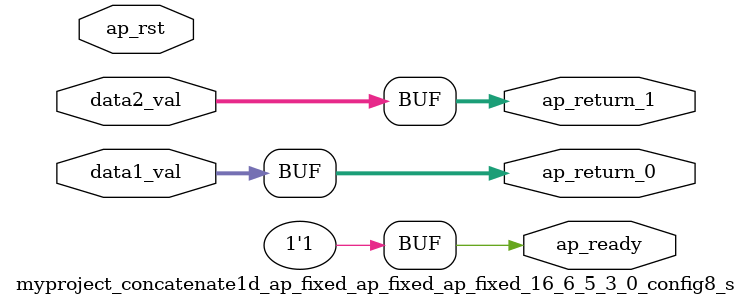
<source format=v>

`timescale 1 ns / 1 ps 

module myproject_concatenate1d_ap_fixed_ap_fixed_ap_fixed_16_6_5_3_0_config8_s (
        ap_ready,
        data1_val,
        data2_val,
        ap_return_0,
        ap_return_1,
        ap_rst
);


output   ap_ready;
input  [15:0] data1_val;
input  [15:0] data2_val;
output  [15:0] ap_return_0;
output  [15:0] ap_return_1;
input   ap_rst;

assign ap_ready = 1'b1;

assign ap_return_0 = data1_val;

assign ap_return_1 = data2_val;

endmodule //myproject_concatenate1d_ap_fixed_ap_fixed_ap_fixed_16_6_5_3_0_config8_s

</source>
